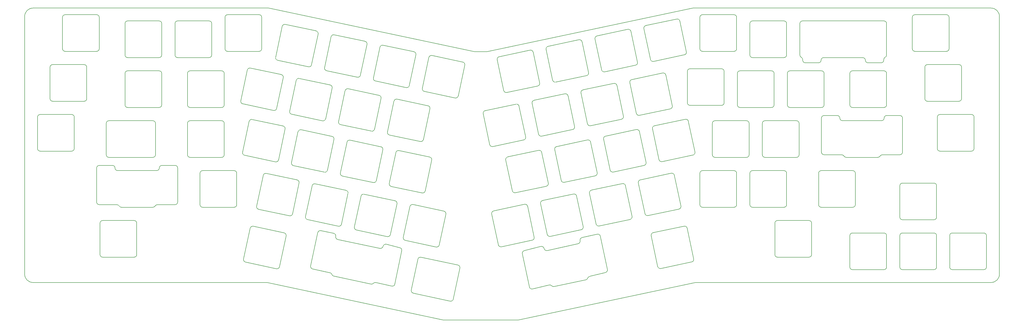
<source format=gm1>
G04 #@! TF.GenerationSoftware,KiCad,Pcbnew,5.1.10-88a1d61d58~90~ubuntu21.04.1*
G04 #@! TF.CreationDate,2021-09-18T02:25:30+02:00*
G04 #@! TF.ProjectId,basketweave_plate,6261736b-6574-4776-9561-76655f706c61,rev?*
G04 #@! TF.SameCoordinates,Original*
G04 #@! TF.FileFunction,Profile,NP*
%FSLAX46Y46*%
G04 Gerber Fmt 4.6, Leading zero omitted, Abs format (unit mm)*
G04 Created by KiCad (PCBNEW 5.1.10-88a1d61d58~90~ubuntu21.04.1) date 2021-09-18 02:25:30*
%MOMM*%
%LPD*%
G01*
G04 APERTURE LIST*
G04 #@! TA.AperFunction,Profile*
%ADD10C,0.200000*%
G04 #@! TD*
G04 APERTURE END LIST*
D10*
X320524504Y-61387507D02*
G75*
G02*
X319524504Y-60387507I0J1000000D01*
G01*
X351487500Y-58387506D02*
X351487500Y-46387500D01*
X318981000Y-59277223D02*
G75*
G02*
X318437500Y-58387500I456500J889723D01*
G01*
X344400517Y-61387507D02*
G75*
G02*
X343400517Y-60387507I0J1000000D01*
G01*
X350944000Y-59277229D02*
G75*
G03*
X350400500Y-60166952I456500J-889723D01*
G01*
X350944000Y-59277229D02*
G75*
G03*
X351487500Y-58387506I-456500J889723D01*
G01*
X350482515Y-45387499D02*
X319432509Y-45387499D01*
X350400521Y-60387507D02*
G75*
G02*
X349400520Y-61387508I-1000001J0D01*
G01*
X344400517Y-61387508D02*
X349400520Y-61387508D01*
X318437500Y-46387500D02*
G75*
G02*
X319437500Y-45387500I1000000J0D01*
G01*
X326524508Y-60387507D02*
G75*
G02*
X325524507Y-61387508I-1000001J0D01*
G01*
X350487499Y-45387499D02*
G75*
G02*
X351487500Y-46387500I0J-1000001D01*
G01*
X320524504Y-61387508D02*
X325524507Y-61387508D01*
X350400500Y-60166952D02*
X350400521Y-60387507D01*
X342400516Y-59387506D02*
G75*
G02*
X343400517Y-60387507I0J-1000001D01*
G01*
X318981000Y-59277223D02*
G75*
G02*
X319524500Y-60166946I-456500J-889723D01*
G01*
X327524508Y-59387507D02*
X342400516Y-59387507D01*
X326524508Y-60387507D02*
G75*
G02*
X327524508Y-59387507I1000000J0D01*
G01*
X312387500Y-45387500D02*
G75*
G02*
X313387500Y-46387500I0J-1000000D01*
G01*
X318437500Y-46387500D02*
X318437500Y-58387500D01*
X319524500Y-60166946D02*
X319524504Y-60387507D01*
X27927500Y-82106250D02*
G75*
G02*
X28927500Y-81106250I1000000J0D01*
G01*
X28927500Y-95106250D02*
G75*
G02*
X27927500Y-94106250I0J1000000D01*
G01*
X28927500Y-81106250D02*
X40927500Y-81106250D01*
X40927500Y-95106250D02*
X28927500Y-95106250D01*
X41927500Y-94106250D02*
G75*
G02*
X40927500Y-95106250I-1000000J0D01*
G01*
X41927500Y-82106250D02*
X41927500Y-94106250D01*
X40927500Y-81106250D02*
G75*
G02*
X41927500Y-82106250I0J-1000000D01*
G01*
X27927500Y-94106250D02*
X27927500Y-82106250D01*
X45687500Y-62056250D02*
G75*
G02*
X46687500Y-63056250I0J-1000000D01*
G01*
X33687500Y-76056250D02*
G75*
G02*
X32687500Y-75056250I0J1000000D01*
G01*
X45687500Y-76056250D02*
X33687500Y-76056250D01*
X32687500Y-75056250D02*
X32687500Y-63056250D01*
X46687500Y-63056250D02*
X46687500Y-75056250D01*
X32687500Y-63056250D02*
G75*
G02*
X33687500Y-62056250I1000000J0D01*
G01*
X46687500Y-75056250D02*
G75*
G02*
X45687500Y-76056250I-1000000J0D01*
G01*
X33687500Y-62056250D02*
X45687500Y-62056250D01*
X380062500Y-63056250D02*
X380062500Y-75056250D01*
X380062500Y-75056250D02*
G75*
G02*
X379062500Y-76056250I-1000000J0D01*
G01*
X379062500Y-76056250D02*
X367062500Y-76056250D01*
X379062500Y-62056250D02*
G75*
G02*
X380062500Y-63056250I0J-1000000D01*
G01*
X366062500Y-63056250D02*
G75*
G02*
X367062500Y-62056250I1000000J0D01*
G01*
X367062500Y-62056250D02*
X379062500Y-62056250D01*
X367062500Y-76056250D02*
G75*
G02*
X366062500Y-75056250I0J1000000D01*
G01*
X366062500Y-75056250D02*
X366062500Y-63056250D01*
X174042718Y-135612290D02*
X188110514Y-138588750D01*
X262550733Y-126213914D02*
X274308691Y-123729750D01*
X222919320Y-146203910D02*
G75*
G02*
X223870377Y-146512927I207912J-978148D01*
G01*
X216582162Y-147756903D02*
G75*
G02*
X215396102Y-146986669I-207913J978147D01*
G01*
X264275437Y-139137745D02*
X261780497Y-127399974D01*
X185199748Y-152366756D02*
X171131956Y-149306356D01*
X139360791Y-141511067D02*
G75*
G02*
X140103936Y-142180198I-207912J-978148D01*
G01*
X234682251Y-129274901D02*
G75*
G02*
X235452488Y-128088840I978149J207912D01*
G01*
X172856659Y-136382527D02*
G75*
G02*
X174042718Y-135612290I978148J-207911D01*
G01*
X188880750Y-139774810D02*
X186385808Y-151596520D01*
X277219454Y-137423814D02*
X265461496Y-139907981D01*
X170361720Y-148120298D02*
X172856660Y-136382527D01*
X171131956Y-149306356D02*
G75*
G02*
X170361720Y-148120298I207911J978147D01*
G01*
X277989690Y-136237756D02*
G75*
G02*
X277219454Y-137423814I-978147J-207911D01*
G01*
X245093662Y-140263905D02*
X242390810Y-127547986D01*
X275494750Y-124499985D02*
X277989690Y-136237756D01*
X261780496Y-127399973D02*
G75*
G02*
X262550733Y-126213914I978148J207911D01*
G01*
X222155094Y-133045853D02*
G75*
G02*
X220969033Y-132275618I-207913J978148D01*
G01*
X186385808Y-151596520D02*
G75*
G02*
X185199748Y-152366756I-978148J207912D01*
G01*
X265461497Y-139907981D02*
G75*
G02*
X264275437Y-139137745I-207912J978148D01*
G01*
X219782974Y-131505383D02*
G75*
G02*
X220969033Y-132275618I207912J-978147D01*
G01*
X274308691Y-123729750D02*
G75*
G02*
X275494750Y-124499985I207912J-978147D01*
G01*
X188110514Y-138588750D02*
G75*
G02*
X188880750Y-139774810I-207912J-978148D01*
G01*
X237572355Y-143607629D02*
G75*
G02*
X236829210Y-144276759I-951056J309018D01*
G01*
X140847080Y-142849328D02*
G75*
G02*
X140103936Y-142180198I207911J978147D01*
G01*
X224821433Y-146821944D02*
G75*
G02*
X223870377Y-146512927I-207912J978147D01*
G01*
X164115750Y-145861430D02*
G75*
G02*
X162929690Y-146631666I-978148J207912D01*
G01*
X212693251Y-134270750D02*
G75*
G02*
X213463486Y-133084691I978147J207912D01*
G01*
X140810796Y-126484166D02*
G75*
G02*
X141581031Y-127670225I-207912J-978147D01*
G01*
X215396102Y-146986669D02*
X212693250Y-134270750D01*
X216582162Y-147756903D02*
X222919320Y-146203910D01*
X132801383Y-140116821D02*
G75*
G02*
X132031146Y-138930762I207911J978148D01*
G01*
X235452488Y-128088840D02*
X241204750Y-126777750D01*
X162929690Y-146631666D02*
X156899964Y-145234235D01*
X159612251Y-131432943D02*
G75*
G02*
X158426191Y-132203179I-978148J207912D01*
G01*
X237572356Y-143607629D02*
G75*
G02*
X238315500Y-142938500I951055J-309017D01*
G01*
X140810795Y-126484165D02*
X135920057Y-125444607D01*
X238315500Y-142938500D02*
X244323425Y-141449966D01*
X155948909Y-145543252D02*
G75*
G02*
X156899964Y-145234235I743144J-669129D01*
G01*
X132801382Y-140116821D02*
X139360791Y-141511067D01*
X155948908Y-145543252D02*
G75*
G02*
X154997851Y-145852269I-743145J669131D01*
G01*
X241204750Y-126777750D02*
G75*
G02*
X242390810Y-127547986I207912J-978148D01*
G01*
X165960728Y-131959452D02*
G75*
G02*
X166730965Y-133145511I-207911J-978148D01*
G01*
X154997851Y-145852269D02*
X140847080Y-142849328D01*
X132031146Y-138930762D02*
X134733998Y-126214843D01*
X222155094Y-133045853D02*
X233912016Y-130460961D01*
X234682254Y-129274901D02*
G75*
G02*
X233912016Y-130460961I-978149J-207911D01*
G01*
X236829210Y-144276759D02*
X224821433Y-146821944D01*
X165960728Y-131959452D02*
X160798310Y-130662706D01*
X134733998Y-126214844D02*
G75*
G02*
X135920057Y-125444607I978148J-207911D01*
G01*
X142351267Y-128856284D02*
X158426191Y-132203179D01*
X164115750Y-145861430D02*
X166730965Y-133145511D01*
X245093662Y-140263905D02*
G75*
G02*
X244323425Y-141449966I-978149J-207912D01*
G01*
X219782974Y-131505383D02*
X213463486Y-133084691D01*
X142351268Y-128856284D02*
G75*
G02*
X141581031Y-127670225I207911J978148D01*
G01*
X159612250Y-131432942D02*
G75*
G02*
X160798310Y-130662706I978148J-207912D01*
G01*
X168105032Y-129187375D02*
G75*
G02*
X167334796Y-128001317I207911J978147D01*
G01*
X334680250Y-83487500D02*
G75*
G02*
X333680250Y-82487500I0J1000000D01*
G01*
X80331250Y-115537500D02*
X73625301Y-115537501D01*
X56455250Y-100537500D02*
G75*
G02*
X57455250Y-101537500I0J-1000000D01*
G01*
X58455250Y-102537500D02*
G75*
G02*
X57455250Y-101537500I0J1000000D01*
G01*
X56455250Y-100537500D02*
X51455250Y-100537500D01*
X332680250Y-81487500D02*
X327680250Y-81487500D01*
X50455250Y-101537500D02*
G75*
G02*
X51455250Y-100537500I1000000J0D01*
G01*
X327680250Y-96487500D02*
G75*
G02*
X326680250Y-95487500I0J1000000D01*
G01*
X50455250Y-114537500D02*
X50455250Y-101537500D01*
X80331250Y-100537500D02*
X75331250Y-100537500D01*
X350556250Y-82487500D02*
G75*
G02*
X351556250Y-81487500I1000000J0D01*
G01*
X80331250Y-100537500D02*
G75*
G02*
X81331250Y-101537500I0J-1000000D01*
G01*
X81331250Y-114537500D02*
X81331250Y-101537500D01*
X72759276Y-116037501D02*
G75*
G02*
X73625301Y-115537501I866025J-500000D01*
G01*
X332680250Y-81487500D02*
G75*
G02*
X333680250Y-82487500I0J-1000000D01*
G01*
X59893250Y-116537501D02*
G75*
G02*
X59027225Y-116037501I0J1000000D01*
G01*
X74331251Y-101537500D02*
G75*
G02*
X73331250Y-102537501I-1000001J0D01*
G01*
X327680250Y-96487500D02*
X334386200Y-96487501D01*
X72759275Y-116037501D02*
G75*
G02*
X71893250Y-116537501I-866025J500000D01*
G01*
X357556250Y-95487500D02*
X357556250Y-82487500D01*
X58161200Y-115537501D02*
G75*
G02*
X59027225Y-116037501I0J-1000000D01*
G01*
X81331250Y-114537500D02*
G75*
G02*
X80331250Y-115537500I-1000000J0D01*
G01*
X74331250Y-101537500D02*
G75*
G02*
X75331250Y-100537500I1000000J0D01*
G01*
X51455250Y-115537500D02*
G75*
G02*
X50455250Y-114537500I0J1000000D01*
G01*
X51455250Y-115537500D02*
X58161200Y-115537501D01*
X169618875Y-70060049D02*
G75*
G02*
X168432815Y-70830285I-978148J207912D01*
G01*
X175328757Y-72296060D02*
G75*
G02*
X174558521Y-71110002I207911J978147D01*
G01*
X172113816Y-58322278D02*
X169618874Y-70060048D01*
X171343580Y-57136218D02*
G75*
G02*
X172113816Y-58322278I-207912J-978148D01*
G01*
X174558521Y-71110002D02*
X177053461Y-59372231D01*
X168432815Y-70830285D02*
X156695045Y-68335343D01*
X155924809Y-67149285D02*
X158419749Y-55411514D01*
X177053460Y-59372231D02*
G75*
G02*
X178239519Y-58601994I978148J-207911D01*
G01*
X178239519Y-58601994D02*
X189977291Y-61096935D01*
X190747528Y-62282995D02*
X188252586Y-74020765D01*
X161280947Y-87763355D02*
X163775887Y-76025584D01*
X156695045Y-68335343D02*
G75*
G02*
X155924809Y-67149285I207911J978147D01*
G01*
X188252587Y-74020766D02*
G75*
G02*
X187066527Y-74791002I-978148J207912D01*
G01*
X189977292Y-61096935D02*
G75*
G02*
X190747528Y-62282995I-207912J-978148D01*
G01*
X173788953Y-91444355D02*
X162051183Y-88949413D01*
X164961945Y-75255347D02*
X176699717Y-77750288D01*
X163775886Y-76025584D02*
G75*
G02*
X164961945Y-75255347I978148J-207911D01*
G01*
X174975013Y-90674119D02*
G75*
G02*
X173788953Y-91444355I-978148J207912D01*
G01*
X159605807Y-54641277D02*
X171343579Y-57136218D01*
X158419748Y-55411514D02*
G75*
G02*
X159605807Y-54641277I978148J-207911D01*
G01*
X187066527Y-74791002D02*
X175328757Y-72296060D01*
X138061333Y-64374625D02*
G75*
G02*
X137291097Y-63188567I207911J978147D01*
G01*
X153480104Y-54361560D02*
X150985162Y-66099330D01*
X131165392Y-62908849D02*
X119427622Y-60413907D01*
X119427622Y-60413907D02*
G75*
G02*
X118657386Y-59227849I207911J978147D01*
G01*
X140972095Y-50680559D02*
X152709867Y-53175500D01*
X149799103Y-66869567D02*
X138061333Y-64374625D01*
X150985163Y-66099331D02*
G75*
G02*
X149799103Y-66869567I-978148J207912D01*
G01*
X134076157Y-49214782D02*
G75*
G02*
X134846393Y-50400842I-207912J-978148D01*
G01*
X137291097Y-63188567D02*
X139786037Y-51450796D01*
X122338384Y-46719841D02*
X134076156Y-49214782D01*
X139786036Y-51450796D02*
G75*
G02*
X140972095Y-50680559I978148J-207911D01*
G01*
X152709868Y-53175500D02*
G75*
G02*
X153480104Y-54361560I-207912J-978148D01*
G01*
X121152325Y-47490078D02*
G75*
G02*
X122338384Y-46719841I978148J-207911D01*
G01*
X132351452Y-62138613D02*
G75*
G02*
X131165392Y-62908849I-978148J207912D01*
G01*
X118657386Y-59227849D02*
X121152326Y-47490078D01*
X134846393Y-50400842D02*
X132351451Y-62138612D01*
X238697769Y-85424575D02*
G75*
G02*
X237511709Y-84654339I-207912J978148D01*
G01*
X259006618Y-48341779D02*
G75*
G02*
X259776855Y-47155720I978148J207911D01*
G01*
X242867848Y-64040268D02*
X240372908Y-52302497D01*
X217153294Y-75691226D02*
X228891065Y-73196286D01*
X235016768Y-72916567D02*
G75*
G02*
X235787005Y-71730508I978148J207911D01*
G01*
X222509432Y-55077155D02*
X234247203Y-52582215D01*
X221739195Y-56263214D02*
G75*
G02*
X222509432Y-55077155I978148J207911D01*
G01*
X259776855Y-47155720D02*
X271514626Y-44660780D01*
X218524254Y-70236999D02*
X206786483Y-72731940D01*
X206786484Y-72731940D02*
G75*
G02*
X205600424Y-71961704I-207912J978148D01*
G01*
X255791678Y-62315563D02*
X244053907Y-64810504D01*
X256145421Y-80693621D02*
X253650481Y-68955850D01*
X225420196Y-68771222D02*
G75*
G02*
X224234136Y-68000986I-207912J978148D01*
G01*
X216799550Y-57313169D02*
X219294490Y-69050940D01*
X275195625Y-57168788D02*
G75*
G02*
X274425389Y-58354846I-978147J-207911D01*
G01*
X216383057Y-76877285D02*
G75*
G02*
X217153294Y-75691226I978148J207911D01*
G01*
X261501559Y-60079551D02*
X259006619Y-48341780D01*
X257331481Y-81463857D02*
G75*
G02*
X256145421Y-80693621I-207912J978148D01*
G01*
X254066974Y-49391733D02*
X256561914Y-61129504D01*
X219294490Y-69050941D02*
G75*
G02*
X218524254Y-70236999I-978147J-207911D01*
G01*
X262687619Y-60849787D02*
G75*
G02*
X261501559Y-60079551I-207912J978148D01*
G01*
X391318750Y-40481250D02*
G75*
G02*
X394493750Y-43656250I0J-3175000D01*
G01*
X23018750Y-43656250D02*
G75*
G02*
X26193750Y-40481250I3175000J0D01*
G01*
X182562500Y-159543750D02*
X211137500Y-159543750D01*
X248710835Y-70005804D02*
X251205775Y-81743575D01*
X201430346Y-93346010D02*
G75*
G02*
X200244286Y-92575774I-207912J978148D01*
G01*
X213168116Y-90851069D02*
X201430345Y-93346010D01*
X244053908Y-64810504D02*
G75*
G02*
X242867848Y-64040268I-207912J978148D01*
G01*
X231801828Y-86890352D02*
X220064057Y-89385293D01*
X215613491Y-56542934D02*
G75*
G02*
X216799550Y-57313169I207912J-978147D01*
G01*
X234247203Y-52582216D02*
G75*
G02*
X235433262Y-53352451I207912J-978147D01*
G01*
X218877998Y-88615057D02*
X216383058Y-76877286D01*
X197749345Y-80838002D02*
G75*
G02*
X198519582Y-79651943I978148J207911D01*
G01*
X266158488Y-65274851D02*
G75*
G02*
X267344547Y-66045086I207912J-978147D01*
G01*
X198519582Y-79651943D02*
X210257353Y-77157003D01*
X211443412Y-77927239D02*
X213938352Y-89665010D01*
X232572064Y-85704294D02*
G75*
G02*
X231801828Y-86890352I-978147J-207911D01*
G01*
X210257353Y-77157004D02*
G75*
G02*
X211443412Y-77927239I207912J-978147D01*
G01*
X200244286Y-92575774D02*
X197749346Y-80838003D01*
X272700685Y-45431016D02*
X275195625Y-57168787D01*
X271514626Y-44660781D02*
G75*
G02*
X272700685Y-45431016I207912J-978147D01*
G01*
X230077124Y-73966522D02*
X232572064Y-85704293D01*
X213938352Y-89665011D02*
G75*
G02*
X213168116Y-90851069I-978147J-207911D01*
G01*
X241143144Y-51116437D02*
X252880915Y-48621497D01*
X256561914Y-61129505D02*
G75*
G02*
X255791678Y-62315563I-978147J-207911D01*
G01*
X240372907Y-52302496D02*
G75*
G02*
X241143144Y-51116437I978148J207911D01*
G01*
X251205775Y-81743576D02*
G75*
G02*
X250435539Y-82929634I-978147J-207911D01*
G01*
X237928202Y-65090223D02*
G75*
G02*
X237157966Y-66276281I-978147J-207911D01*
G01*
X224234136Y-68000986D02*
X221739196Y-56263215D01*
X203875720Y-59037873D02*
X215613491Y-56542933D01*
X220064058Y-89385293D02*
G75*
G02*
X218877998Y-88615057I-207912J978148D01*
G01*
X250435539Y-82929634D02*
X238697768Y-85424575D01*
X235433262Y-53352451D02*
X237928202Y-65090222D01*
X203105483Y-60223932D02*
G75*
G02*
X203875720Y-59037873I978148J207911D01*
G01*
X237157966Y-66276281D02*
X225420195Y-68771222D01*
X205600424Y-71961704D02*
X203105484Y-60223933D01*
X391318750Y-145256250D02*
X278606250Y-145256250D01*
X394493750Y-142081250D02*
G75*
G02*
X391318750Y-145256250I-3175000J0D01*
G01*
X274425389Y-58354846D02*
X262687618Y-60849787D01*
X228891065Y-73196287D02*
G75*
G02*
X230077124Y-73966522I207912J-978147D01*
G01*
X237511709Y-84654339D02*
X235016769Y-72916568D01*
X235787005Y-71730508D02*
X247524776Y-69235568D01*
X252880915Y-48621498D02*
G75*
G02*
X254066974Y-49391733I207912J-978147D01*
G01*
X247524776Y-69235569D02*
G75*
G02*
X248710835Y-70005804I207912J-978147D01*
G01*
X357537500Y-126350000D02*
X369537500Y-126350000D01*
X388537500Y-126350000D02*
G75*
G02*
X389537500Y-127350000I0J-1000000D01*
G01*
X370537500Y-139350000D02*
G75*
G02*
X369537500Y-140350000I-1000000J0D01*
G01*
X26193750Y-145256250D02*
X115443000Y-145256250D01*
X391318750Y-40481250D02*
X277812500Y-40481250D01*
X357537500Y-140350000D02*
G75*
G02*
X356537500Y-139350000I0J1000000D01*
G01*
X369537500Y-126350000D02*
G75*
G02*
X370537500Y-127350000I0J-1000000D01*
G01*
X370537500Y-127350000D02*
X370537500Y-139350000D01*
X199231250Y-57150000D02*
X194468750Y-57150000D01*
X356537500Y-127350000D02*
G75*
G02*
X357537500Y-126350000I1000000J0D01*
G01*
X23018750Y-43656250D02*
X23018750Y-142081250D01*
X388537500Y-140350000D02*
X376537500Y-140350000D01*
X369537500Y-140350000D02*
X357537500Y-140350000D01*
X389537500Y-139350000D02*
G75*
G02*
X388537500Y-140350000I-1000000J0D01*
G01*
X350487500Y-126350000D02*
G75*
G02*
X351487500Y-127350000I0J-1000000D01*
G01*
X278606250Y-145256250D02*
X211137500Y-159543750D01*
X115443000Y-145256250D02*
X182562500Y-159543750D01*
X277812500Y-40481250D02*
X199231250Y-57150000D01*
X26193750Y-145256250D02*
G75*
G02*
X23018750Y-142081250I0J3175000D01*
G01*
X115887500Y-40481250D02*
X194468750Y-57150000D01*
X376537500Y-126350000D02*
X388537500Y-126350000D01*
X26193750Y-40481250D02*
X115887500Y-40481250D01*
X375537500Y-139350000D02*
X375537500Y-127350000D01*
X376537500Y-140350000D02*
G75*
G02*
X375537500Y-139350000I0J1000000D01*
G01*
X394493750Y-43656250D02*
X394493750Y-142081250D01*
X389537500Y-127350000D02*
X389537500Y-139350000D01*
X375537500Y-127350000D02*
G75*
G02*
X376537500Y-126350000I1000000J0D01*
G01*
X356537500Y-139350000D02*
X356537500Y-127350000D01*
X177397429Y-97374179D02*
G75*
G02*
X178167665Y-98560239I-207912J-978148D01*
G01*
X162748894Y-108573304D02*
G75*
G02*
X161978658Y-107387246I207911J978147D01*
G01*
X149471320Y-125226657D02*
G75*
G02*
X148701084Y-124040599I207911J978147D01*
G01*
X175672724Y-110298010D02*
G75*
G02*
X174486664Y-111068246I-978148J207912D01*
G01*
X161209090Y-127721599D02*
X149471320Y-125226657D01*
X115114658Y-103611156D02*
X126852430Y-106106097D01*
X125127726Y-119029928D02*
G75*
G02*
X123941666Y-119800164I-978148J207912D01*
G01*
X159533953Y-94599522D02*
X157039011Y-106337292D01*
X108954436Y-124567914D02*
G75*
G02*
X110140495Y-123797677I978148J-207911D01*
G01*
X120153563Y-139216449D02*
G75*
G02*
X118967503Y-139986685I-978148J207912D01*
G01*
X121878268Y-126292618D02*
G75*
G02*
X122648504Y-127478678I-207912J-978148D01*
G01*
X123941666Y-119800164D02*
X112203896Y-117305222D01*
X162395150Y-126951363D02*
G75*
G02*
X161209090Y-127721599I-978148J207912D01*
G01*
X122648504Y-127478678D02*
X120153562Y-139216448D01*
X107229733Y-137491743D02*
G75*
G02*
X106459497Y-136305685I207911J978147D01*
G01*
X110140495Y-123797677D02*
X121878267Y-126292618D01*
X113928599Y-104381393D02*
G75*
G02*
X115114658Y-103611156I978148J-207911D01*
G01*
X158763717Y-93413462D02*
G75*
G02*
X159533953Y-94599522I-207912J-978148D01*
G01*
X161978658Y-107387246D02*
X164473598Y-95649475D01*
X127622667Y-107292157D02*
X125127725Y-119029927D01*
X106459497Y-136305685D02*
X108954437Y-124567914D01*
X171015794Y-115493309D02*
X182753566Y-117988250D01*
X152382082Y-111532591D02*
X164119854Y-114027532D01*
X144115182Y-104612587D02*
G75*
G02*
X143344946Y-103426529I207911J978147D01*
G01*
X145839885Y-91688758D02*
G75*
G02*
X147025944Y-90918521I978148J-207911D01*
G01*
X133748370Y-107571874D02*
X145486142Y-110066815D01*
X145486143Y-110066815D02*
G75*
G02*
X146256379Y-111252875I-207912J-978148D01*
G01*
X151196023Y-112302828D02*
G75*
G02*
X152382082Y-111532591I978148J-207911D01*
G01*
X164890091Y-115213592D02*
X162395149Y-126951362D01*
X142575378Y-123760882D02*
X130837608Y-121265940D01*
X130067372Y-120079882D02*
X132562312Y-108342111D01*
X148701084Y-124040599D02*
X151196024Y-112302828D01*
X143761438Y-122990646D02*
G75*
G02*
X142575378Y-123760882I-978148J207912D01*
G01*
X164473597Y-95649475D02*
G75*
G02*
X165659656Y-94879238I978148J-207911D01*
G01*
X132562311Y-108342111D02*
G75*
G02*
X133748370Y-107571874I978148J-207911D01*
G01*
X130837608Y-121265940D02*
G75*
G02*
X130067372Y-120079882I207911J978147D01*
G01*
X146256379Y-111252875D02*
X143761437Y-122990645D01*
X165659656Y-94879238D02*
X177397428Y-97374179D01*
X164119855Y-114027532D02*
G75*
G02*
X164890091Y-115213592I-207912J-978148D01*
G01*
X111433660Y-116119164D02*
X113928600Y-104381393D01*
X126852431Y-106106097D02*
G75*
G02*
X127622667Y-107292157I-207912J-978148D01*
G01*
X112203896Y-117305222D02*
G75*
G02*
X111433660Y-116119164I207911J978147D01*
G01*
X118967503Y-139986685D02*
X107229733Y-137491743D01*
X157039012Y-106337293D02*
G75*
G02*
X155852952Y-107107529I-978148J207912D01*
G01*
X174486664Y-111068246D02*
X162748894Y-108573304D01*
X178167665Y-98560239D02*
X175672723Y-110298009D01*
X120798583Y-65868135D02*
G75*
G02*
X121568819Y-67054195I-207912J-978148D01*
G01*
X139432295Y-69828853D02*
G75*
G02*
X140202531Y-71014913I-207912J-978148D01*
G01*
X140202531Y-71014913D02*
X137707589Y-82752683D01*
X127206173Y-87728040D02*
G75*
G02*
X128392232Y-86957803I978148J-207911D01*
G01*
X140130005Y-89452744D02*
G75*
G02*
X140900241Y-90638804I-207912J-978148D01*
G01*
X125481470Y-100651869D02*
G75*
G02*
X124711234Y-99465811I207911J978147D01*
G01*
X140900241Y-90638804D02*
X138405299Y-102376574D01*
X147025944Y-90918521D02*
X158763716Y-93413462D01*
X119073878Y-78791966D02*
G75*
G02*
X117887818Y-79562202I-978148J207912D01*
G01*
X126508463Y-68104149D02*
G75*
G02*
X127694522Y-67333912I978148J-207911D01*
G01*
X124013524Y-79841920D02*
X126508464Y-68104149D01*
X118585528Y-99186093D02*
X106847758Y-96691151D01*
X124711234Y-99465811D02*
X127206174Y-87728040D01*
X155852952Y-107107529D02*
X144115182Y-104612587D01*
X143344946Y-103426529D02*
X145839886Y-91688758D01*
X143417472Y-84988695D02*
G75*
G02*
X142647236Y-83802637I207911J978147D01*
G01*
X109758520Y-82997085D02*
X121496292Y-85492026D01*
X136521530Y-83522920D02*
X124783760Y-81027978D01*
X176699718Y-77750288D02*
G75*
G02*
X177469954Y-78936348I-207912J-978148D01*
G01*
X177469954Y-78936348D02*
X174975012Y-90674118D01*
X155155242Y-87483637D02*
X143417472Y-84988695D01*
X145142175Y-72064866D02*
G75*
G02*
X146328234Y-71294629I978148J-207911D01*
G01*
X106150048Y-77067260D02*
G75*
G02*
X105379812Y-75881202I207911J978147D01*
G01*
X106077522Y-95505093D02*
X108572462Y-83767322D01*
X127694522Y-67333912D02*
X139432294Y-69828853D01*
X108572461Y-83767322D02*
G75*
G02*
X109758520Y-82997085I978148J-207911D01*
G01*
X106847758Y-96691151D02*
G75*
G02*
X106077522Y-95505093I207911J978147D01*
G01*
X156341302Y-86713401D02*
G75*
G02*
X155155242Y-87483637I-978148J207912D01*
G01*
X105379812Y-75881202D02*
X107874752Y-64143431D01*
X142647236Y-83802637D02*
X145142176Y-72064866D01*
X117887818Y-79562202D02*
X106150048Y-77067260D01*
X121568819Y-67054195D02*
X119073877Y-78791965D01*
X121496293Y-85492026D02*
G75*
G02*
X122266529Y-86678086I-207912J-978148D01*
G01*
X158836243Y-74975630D02*
X156341301Y-86713400D01*
X137707590Y-82752684D02*
G75*
G02*
X136521530Y-83522920I-978148J207912D01*
G01*
X109060810Y-63373194D02*
X120798582Y-65868135D01*
X122266529Y-86678086D02*
X119771587Y-98415856D01*
X128392232Y-86957803D02*
X140130004Y-89452744D01*
X137219240Y-103146811D02*
X125481470Y-100651869D01*
X138405300Y-102376575D02*
G75*
G02*
X137219240Y-103146811I-978148J207912D01*
G01*
X158066007Y-73789570D02*
G75*
G02*
X158836243Y-74975630I-207912J-978148D01*
G01*
X146328234Y-71294629D02*
X158066006Y-73789570D01*
X119771588Y-98415857D02*
G75*
G02*
X118585528Y-99186093I-978148J207912D01*
G01*
X124783760Y-81027978D02*
G75*
G02*
X124013524Y-79841920I207911J978147D01*
G01*
X162051183Y-88949413D02*
G75*
G02*
X161280947Y-87763355I207911J978147D01*
G01*
X107874751Y-64143431D02*
G75*
G02*
X109060810Y-63373194I978148J-207911D01*
G01*
X216431123Y-129108672D02*
X204693352Y-131603613D01*
X259824921Y-99387108D02*
G75*
G02*
X259054685Y-100573166I-978147J-207911D01*
G01*
X265950627Y-99107390D02*
G75*
G02*
X264764567Y-98337154I-207912J978148D01*
G01*
X264764567Y-98337154D02*
X262269627Y-86599383D01*
X247316915Y-103068107D02*
G75*
G02*
X246130855Y-102297871I-207912J978148D01*
G01*
X222141005Y-126872660D02*
X219646065Y-115134889D01*
X225002202Y-94520817D02*
G75*
G02*
X225772439Y-93334758I978148J207911D01*
G01*
X222557498Y-107308544D02*
G75*
G02*
X221787262Y-108494602I-978147J-207911D01*
G01*
X210049492Y-110989543D02*
G75*
G02*
X208863432Y-110219307I-207912J978148D01*
G01*
X218876499Y-94800537D02*
G75*
G02*
X220062558Y-95570772I207912J-978147D01*
G01*
X278458633Y-95426391D02*
G75*
G02*
X277688397Y-96612449I-978147J-207911D01*
G01*
X275963693Y-83688619D02*
X278458633Y-95426390D01*
X243635914Y-90560099D02*
G75*
G02*
X244406151Y-89374040I978148J207911D01*
G01*
X225772439Y-93334758D02*
X237510210Y-90839818D01*
X220062558Y-95570772D02*
X222557498Y-107308543D01*
X208863432Y-110219307D02*
X206368492Y-98481536D01*
X254420717Y-67769790D02*
X266158488Y-65274850D01*
X267344547Y-66045086D02*
X269839487Y-77782857D01*
X263039863Y-85413323D02*
X274777634Y-82918383D01*
X240420973Y-104533884D02*
X228683202Y-107028825D01*
X237510210Y-90839819D02*
G75*
G02*
X238696269Y-91610054I207912J-978147D01*
G01*
X256143922Y-86879101D02*
G75*
G02*
X257329981Y-87649336I207912J-978147D01*
G01*
X238696269Y-91610054D02*
X241191209Y-103347825D01*
X241191209Y-103347826D02*
G75*
G02*
X240420973Y-104533884I-978147J-207911D01*
G01*
X207138728Y-97295476D02*
X218876499Y-94800536D01*
X277688397Y-96612449D02*
X265950626Y-99107390D01*
X269069251Y-78968916D02*
X257331480Y-81463857D01*
X269839487Y-77782858D02*
G75*
G02*
X269069251Y-78968916I-978147J-207911D01*
G01*
X257329981Y-87649336D02*
X259824921Y-99387107D01*
X253650480Y-68955849D02*
G75*
G02*
X254420717Y-67769790I978148J207911D01*
G01*
X244406151Y-89374040D02*
X256143922Y-86879100D01*
X204693353Y-131603613D02*
G75*
G02*
X203507293Y-130833377I-207912J978148D01*
G01*
X213520360Y-115414607D02*
G75*
G02*
X214706419Y-116184842I207912J-978147D01*
G01*
X246130855Y-102297871D02*
X243635915Y-90560100D01*
X203507293Y-130833377D02*
X201012353Y-119095606D01*
X262269626Y-86599382D02*
G75*
G02*
X263039863Y-85413323I978148J207911D01*
G01*
X217201359Y-127922614D02*
G75*
G02*
X216431123Y-129108672I-978147J-207911D01*
G01*
X259054685Y-100573166D02*
X247316914Y-103068107D01*
X228683203Y-107028825D02*
G75*
G02*
X227497143Y-106258589I-207912J978148D01*
G01*
X201782589Y-117909546D02*
X213520360Y-115414606D01*
X227497143Y-106258589D02*
X225002203Y-94520818D01*
X214706419Y-116184842D02*
X217201359Y-127922613D01*
X221787262Y-108494602D02*
X210049491Y-110989543D01*
X206368491Y-98481535D02*
G75*
G02*
X207138728Y-97295476I978148J207911D01*
G01*
X274777634Y-82918384D02*
G75*
G02*
X275963693Y-83688619I207912J-978147D01*
G01*
X201012352Y-119095605D02*
G75*
G02*
X201782589Y-117909546I978148J207911D01*
G01*
X383825000Y-95106250D02*
X371825000Y-95106250D01*
X374300000Y-57006250D02*
X362300000Y-57006250D01*
X38450000Y-43006250D02*
X50450000Y-43006250D01*
X51450000Y-56006250D02*
G75*
G02*
X50450000Y-57006250I-1000000J0D01*
G01*
X75262500Y-58387500D02*
G75*
G02*
X74262500Y-59387500I-1000000J0D01*
G01*
X37450000Y-44006250D02*
G75*
G02*
X38450000Y-43006250I1000000J0D01*
G01*
X375300000Y-56006250D02*
G75*
G02*
X374300000Y-57006250I-1000000J0D01*
G01*
X362300000Y-57006250D02*
G75*
G02*
X361300000Y-56006250I0J1000000D01*
G01*
X361300000Y-44006250D02*
G75*
G02*
X362300000Y-43006250I1000000J0D01*
G01*
X375300000Y-44006250D02*
X375300000Y-56006250D01*
X362300000Y-43006250D02*
X374300000Y-43006250D01*
X361300000Y-56006250D02*
X361300000Y-44006250D01*
X74262500Y-59387500D02*
X62262500Y-59387500D01*
X62262500Y-59387500D02*
G75*
G02*
X61262500Y-58387500I0J1000000D01*
G01*
X371825000Y-81106250D02*
X383825000Y-81106250D01*
X370825000Y-82106250D02*
G75*
G02*
X371825000Y-81106250I1000000J0D01*
G01*
X383825000Y-81106250D02*
G75*
G02*
X384825000Y-82106250I0J-1000000D01*
G01*
X51450000Y-44006250D02*
X51450000Y-56006250D01*
X37450000Y-56006250D02*
X37450000Y-44006250D01*
X50450000Y-57006250D02*
X38450000Y-57006250D01*
X38450000Y-57006250D02*
G75*
G02*
X37450000Y-56006250I0J1000000D01*
G01*
X374300000Y-43006250D02*
G75*
G02*
X375300000Y-44006250I0J-1000000D01*
G01*
X50450000Y-43006250D02*
G75*
G02*
X51450000Y-44006250I0J-1000000D01*
G01*
X384825000Y-94106250D02*
G75*
G02*
X383825000Y-95106250I-1000000J0D01*
G01*
X384825000Y-82106250D02*
X384825000Y-94106250D01*
X370825000Y-94106250D02*
X370825000Y-82106250D01*
X371825000Y-95106250D02*
G75*
G02*
X370825000Y-94106250I0J1000000D01*
G01*
X232154072Y-111453890D02*
G75*
G02*
X233340131Y-112224125I207912J-978147D01*
G01*
X250787784Y-107493172D02*
G75*
G02*
X251973843Y-108263407I207912J-978147D01*
G01*
X169829735Y-116263546D02*
G75*
G02*
X171015794Y-115493309I978148J-207911D01*
G01*
X259408429Y-118951224D02*
X256913489Y-107213453D01*
X183523803Y-119174310D02*
X181028861Y-130912080D01*
X181028862Y-130912081D02*
G75*
G02*
X179842802Y-131682317I-978148J207912D01*
G01*
X257683725Y-106027393D02*
X269421496Y-103532453D01*
X270607555Y-104302689D02*
X273102495Y-116040460D01*
X256913488Y-107213452D02*
G75*
G02*
X257683725Y-106027393I978148J207911D01*
G01*
X253698547Y-121187237D02*
X241960776Y-123682178D01*
X251973843Y-108263407D02*
X254468783Y-120001178D01*
X272332259Y-117226519D02*
X260594488Y-119721460D01*
X254468783Y-120001179D02*
G75*
G02*
X253698547Y-121187237I-978147J-207911D01*
G01*
X241960777Y-123682178D02*
G75*
G02*
X240774717Y-122911942I-207912J978148D01*
G01*
X182753567Y-117988250D02*
G75*
G02*
X183523803Y-119174310I-207912J-978148D01*
G01*
X269421496Y-103532454D02*
G75*
G02*
X270607555Y-104302689I207912J-978147D01*
G01*
X167334796Y-128001317D02*
X169829736Y-116263546D01*
X273102495Y-116040461D02*
G75*
G02*
X272332259Y-117226519I-978147J-207911D01*
G01*
X260594489Y-119721460D02*
G75*
G02*
X259408429Y-118951224I-207912J978148D01*
G01*
X238279776Y-111174170D02*
G75*
G02*
X239050013Y-109988111I978148J207911D01*
G01*
X240774717Y-122911942D02*
X238279777Y-111174171D01*
X179842802Y-131682317D02*
X168105032Y-129187375D01*
X239050013Y-109988111D02*
X250787784Y-107493171D01*
X235064835Y-125147955D02*
X223327064Y-127642896D01*
X220416301Y-113948829D02*
X232154072Y-111453889D01*
X233340131Y-112224125D02*
X235835071Y-123961896D01*
X235835071Y-123961897D02*
G75*
G02*
X235064835Y-125147955I-978147J-207911D01*
G01*
X219646064Y-115134888D02*
G75*
G02*
X220416301Y-113948829I978148J207911D01*
G01*
X223327065Y-127642896D02*
G75*
G02*
X222141005Y-126872660I-207912J978148D01*
G01*
X293337500Y-43006250D02*
G75*
G02*
X294337500Y-44006250I0J-1000000D01*
G01*
X102837500Y-116537500D02*
X90837500Y-116537500D01*
X103837500Y-115537500D02*
G75*
G02*
X102837500Y-116537500I-1000000J0D01*
G01*
X85075000Y-84487500D02*
G75*
G02*
X86075000Y-83487500I1000000J0D01*
G01*
X90837500Y-116537500D02*
G75*
G02*
X89837500Y-115537500I0J1000000D01*
G01*
X98075000Y-97487500D02*
X86075000Y-97487500D01*
X99362500Y-44006250D02*
G75*
G02*
X100362500Y-43006250I1000000J0D01*
G01*
X338487500Y-78437500D02*
G75*
G02*
X337487500Y-77437500I0J1000000D01*
G01*
X300387500Y-59387500D02*
G75*
G02*
X299387500Y-58387500I0J1000000D01*
G01*
X99075000Y-65437500D02*
X99075000Y-77437500D01*
X85075000Y-96487500D02*
X85075000Y-84487500D01*
X100362500Y-43006250D02*
X112362500Y-43006250D01*
X89837500Y-103537500D02*
G75*
G02*
X90837500Y-102537500I1000000J0D01*
G01*
X90837500Y-102537500D02*
X102837500Y-102537500D01*
X94312500Y-46387500D02*
X94312500Y-58387500D01*
X80312500Y-46387500D02*
G75*
G02*
X81312500Y-45387500I1000000J0D01*
G01*
X350487500Y-78437500D02*
X338487500Y-78437500D01*
X99075000Y-77437500D02*
G75*
G02*
X98075000Y-78437500I-1000000J0D01*
G01*
X98075000Y-64437500D02*
G75*
G02*
X99075000Y-65437500I0J-1000000D01*
G01*
X113362500Y-44006250D02*
X113362500Y-56006250D01*
X99075000Y-96487500D02*
G75*
G02*
X98075000Y-97487500I-1000000J0D01*
G01*
X86075000Y-64437500D02*
X98075000Y-64437500D01*
X93312500Y-45387500D02*
G75*
G02*
X94312500Y-46387500I0J-1000000D01*
G01*
X103837500Y-103537500D02*
X103837500Y-115537500D01*
X85075000Y-65437500D02*
G75*
G02*
X86075000Y-64437500I1000000J0D01*
G01*
X312387500Y-59387500D02*
X300387500Y-59387500D01*
X80312500Y-58387500D02*
X80312500Y-46387500D01*
X299387500Y-46387500D02*
G75*
G02*
X300387500Y-45387500I1000000J0D01*
G01*
X93312500Y-59387500D02*
X81312500Y-59387500D01*
X94312500Y-58387500D02*
G75*
G02*
X93312500Y-59387500I-1000000J0D01*
G01*
X64737500Y-121587500D02*
G75*
G02*
X65737500Y-122587500I0J-1000000D01*
G01*
X112362500Y-57006250D02*
X100362500Y-57006250D01*
X300387500Y-45387500D02*
X312387500Y-45387500D01*
X102837500Y-102537500D02*
G75*
G02*
X103837500Y-103537500I0J-1000000D01*
G01*
X81312500Y-59387500D02*
G75*
G02*
X80312500Y-58387500I0J1000000D01*
G01*
X52737500Y-121587500D02*
X64737500Y-121587500D01*
X299387500Y-58387500D02*
X299387500Y-46387500D01*
X86075000Y-83487500D02*
X98075000Y-83487500D01*
X86075000Y-97487500D02*
G75*
G02*
X85075000Y-96487500I0J1000000D01*
G01*
X351487500Y-77437500D02*
G75*
G02*
X350487500Y-78437500I-1000000J0D01*
G01*
X99075000Y-84487500D02*
X99075000Y-96487500D01*
X293337500Y-57006250D02*
X281337500Y-57006250D01*
X337487500Y-65437500D02*
G75*
G02*
X338487500Y-64437500I1000000J0D01*
G01*
X294337500Y-56006250D02*
G75*
G02*
X293337500Y-57006250I-1000000J0D01*
G01*
X98075000Y-78437500D02*
X86075000Y-78437500D01*
X281337500Y-57006250D02*
G75*
G02*
X280337500Y-56006250I0J1000000D01*
G01*
X89837500Y-115537500D02*
X89837500Y-103537500D01*
X86075000Y-78437500D02*
G75*
G02*
X85075000Y-77437500I0J1000000D01*
G01*
X98075000Y-83487500D02*
G75*
G02*
X99075000Y-84487500I0J-1000000D01*
G01*
X313387500Y-46387500D02*
X313387500Y-58387500D01*
X280337500Y-44006250D02*
G75*
G02*
X281337500Y-43006250I1000000J0D01*
G01*
X112362500Y-43006250D02*
G75*
G02*
X113362500Y-44006250I0J-1000000D01*
G01*
X294337500Y-44006250D02*
X294337500Y-56006250D01*
X85075000Y-77437500D02*
X85075000Y-65437500D01*
X99362500Y-56006250D02*
X99362500Y-44006250D01*
X281337500Y-43006250D02*
X293337500Y-43006250D01*
X113362500Y-56006250D02*
G75*
G02*
X112362500Y-57006250I-1000000J0D01*
G01*
X100362500Y-57006250D02*
G75*
G02*
X99362500Y-56006250I0J1000000D01*
G01*
X81312500Y-45387500D02*
X93312500Y-45387500D01*
X65737500Y-122587500D02*
X65737500Y-134587500D01*
X337487500Y-77437500D02*
X337487500Y-65437500D01*
X313387500Y-58387500D02*
G75*
G02*
X312387500Y-59387500I-1000000J0D01*
G01*
X280337500Y-56006250D02*
X280337500Y-44006250D01*
X65737500Y-134587500D02*
G75*
G02*
X64737500Y-135587500I-1000000J0D01*
G01*
X64737500Y-135587500D02*
X52737500Y-135587500D01*
X52737500Y-135587500D02*
G75*
G02*
X51737500Y-134587500I0J1000000D01*
G01*
X58455250Y-102537500D02*
X73331250Y-102537501D01*
X54118750Y-96487500D02*
X54118750Y-84487500D01*
X71881250Y-83487500D02*
G75*
G02*
X72881250Y-84487500I0J-1000000D01*
G01*
X74262500Y-78437500D02*
X62262500Y-78437500D01*
X75262500Y-77437500D02*
G75*
G02*
X74262500Y-78437500I-1000000J0D01*
G01*
X62262500Y-78437500D02*
G75*
G02*
X61262500Y-77437500I0J1000000D01*
G01*
X75262500Y-46387500D02*
X75262500Y-58387500D01*
X51737500Y-122587500D02*
G75*
G02*
X52737500Y-121587500I1000000J0D01*
G01*
X55118750Y-83487500D02*
X71881250Y-83487500D01*
X74262500Y-45387500D02*
G75*
G02*
X75262500Y-46387500I0J-1000000D01*
G01*
X62262500Y-45387500D02*
X74262500Y-45387500D01*
X61262500Y-46387500D02*
G75*
G02*
X62262500Y-45387500I1000000J0D01*
G01*
X61262500Y-58387500D02*
X61262500Y-46387500D01*
X71893250Y-116537501D02*
X59893250Y-116537501D01*
X55118750Y-97487500D02*
G75*
G02*
X54118750Y-96487500I0J1000000D01*
G01*
X61262500Y-77437500D02*
X61262500Y-65437500D01*
X72881250Y-96487500D02*
G75*
G02*
X71881250Y-97487500I-1000000J0D01*
G01*
X51737500Y-134587500D02*
X51737500Y-122587500D01*
X72881250Y-84487500D02*
X72881250Y-96487500D01*
X71881250Y-97487500D02*
X55118750Y-97487500D01*
X74262500Y-64437500D02*
G75*
G02*
X75262500Y-65437500I0J-1000000D01*
G01*
X75262500Y-65437500D02*
X75262500Y-77437500D01*
X54118750Y-84487500D02*
G75*
G02*
X55118750Y-83487500I1000000J0D01*
G01*
X62262500Y-64437500D02*
X74262500Y-64437500D01*
X61262500Y-65437500D02*
G75*
G02*
X62262500Y-64437500I1000000J0D01*
G01*
X350487500Y-140350000D02*
X338487500Y-140350000D01*
X322912500Y-122587500D02*
X322912500Y-134587500D01*
X294337500Y-115537500D02*
G75*
G02*
X293337500Y-116537500I-1000000J0D01*
G01*
X356537500Y-108300000D02*
G75*
G02*
X357537500Y-107300000I1000000J0D01*
G01*
X325581250Y-115537500D02*
X325581250Y-103537500D01*
X338581250Y-116537500D02*
X326581250Y-116537500D01*
X308912500Y-134587500D02*
X308912500Y-122587500D01*
X338487500Y-126350000D02*
X350487500Y-126350000D01*
X348118250Y-97487501D02*
X336118250Y-97487501D01*
X321912500Y-135587500D02*
X309912500Y-135587500D01*
X281337500Y-102537500D02*
X293337500Y-102537500D01*
X326581250Y-116537500D02*
G75*
G02*
X325581250Y-115537500I0J1000000D01*
G01*
X299387500Y-115537500D02*
X299387500Y-103537500D01*
X356537500Y-120300000D02*
X356537500Y-108300000D01*
X339581250Y-103537500D02*
X339581250Y-115537500D01*
X351487500Y-139350000D02*
G75*
G02*
X350487500Y-140350000I-1000000J0D01*
G01*
X280337500Y-115537500D02*
X280337500Y-103537500D01*
X370537500Y-108300000D02*
X370537500Y-120300000D01*
X321912500Y-121587500D02*
G75*
G02*
X322912500Y-122587500I0J-1000000D01*
G01*
X313387500Y-103537500D02*
X313387500Y-115537500D01*
X357537500Y-107300000D02*
X369537500Y-107300000D01*
X338487500Y-140350000D02*
G75*
G02*
X337487500Y-139350000I0J1000000D01*
G01*
X357537500Y-121300000D02*
G75*
G02*
X356537500Y-120300000I0J1000000D01*
G01*
X326581250Y-102537500D02*
X338581250Y-102537500D01*
X294337500Y-103537500D02*
X294337500Y-115537500D01*
X339581250Y-115537500D02*
G75*
G02*
X338581250Y-116537500I-1000000J0D01*
G01*
X334680250Y-83487500D02*
X349556250Y-83487501D01*
X337487500Y-127350000D02*
G75*
G02*
X338487500Y-126350000I1000000J0D01*
G01*
X337487500Y-139350000D02*
X337487500Y-127350000D01*
X351487500Y-127350000D02*
X351487500Y-139350000D01*
X322912500Y-134587500D02*
G75*
G02*
X321912500Y-135587500I-1000000J0D01*
G01*
X293337500Y-116537500D02*
X281337500Y-116537500D01*
X317150000Y-83487500D02*
G75*
G02*
X318150000Y-84487500I0J-1000000D01*
G01*
X318150000Y-84487500D02*
X318150000Y-96487500D01*
X313387500Y-115537500D02*
G75*
G02*
X312387500Y-116537500I-1000000J0D01*
G01*
X369537500Y-107300000D02*
G75*
G02*
X370537500Y-108300000I0J-1000000D01*
G01*
X304150000Y-84487500D02*
G75*
G02*
X305150000Y-83487500I1000000J0D01*
G01*
X308912500Y-122587500D02*
G75*
G02*
X309912500Y-121587500I1000000J0D01*
G01*
X309912500Y-135587500D02*
G75*
G02*
X308912500Y-134587500I0J1000000D01*
G01*
X338581250Y-102537500D02*
G75*
G02*
X339581250Y-103537500I0J-1000000D01*
G01*
X304150000Y-96487500D02*
X304150000Y-84487500D01*
X280337500Y-103537500D02*
G75*
G02*
X281337500Y-102537500I1000000J0D01*
G01*
X300387500Y-116537500D02*
G75*
G02*
X299387500Y-115537500I0J1000000D01*
G01*
X369537500Y-121300000D02*
X357537500Y-121300000D01*
X370537500Y-120300000D02*
G75*
G02*
X369537500Y-121300000I-1000000J0D01*
G01*
X312387500Y-102537500D02*
G75*
G02*
X313387500Y-103537500I0J-1000000D01*
G01*
X309912500Y-121587500D02*
X321912500Y-121587500D01*
X299387500Y-103537500D02*
G75*
G02*
X300387500Y-102537500I1000000J0D01*
G01*
X312387500Y-116537500D02*
X300387500Y-116537500D01*
X325581250Y-103537500D02*
G75*
G02*
X326581250Y-102537500I1000000J0D01*
G01*
X281337500Y-116537500D02*
G75*
G02*
X280337500Y-115537500I0J1000000D01*
G01*
X293337500Y-102537500D02*
G75*
G02*
X294337500Y-103537500I0J-1000000D01*
G01*
X300387500Y-102537500D02*
X312387500Y-102537500D01*
X305150000Y-83487500D02*
X317150000Y-83487500D01*
X317150000Y-97487500D02*
X305150000Y-97487500D01*
X318150000Y-96487500D02*
G75*
G02*
X317150000Y-97487500I-1000000J0D01*
G01*
X305150000Y-97487500D02*
G75*
G02*
X304150000Y-96487500I0J1000000D01*
G01*
X298100000Y-83487500D02*
G75*
G02*
X299100000Y-84487500I0J-1000000D01*
G01*
X299100000Y-84487500D02*
X299100000Y-96487500D01*
X286100000Y-83487500D02*
X298100000Y-83487500D01*
X285100000Y-84487500D02*
G75*
G02*
X286100000Y-83487500I1000000J0D01*
G01*
X285100000Y-96487500D02*
X285100000Y-84487500D01*
X298100000Y-97487500D02*
X286100000Y-97487500D01*
X299100000Y-96487500D02*
G75*
G02*
X298100000Y-97487500I-1000000J0D01*
G01*
X276575000Y-63643750D02*
X288575000Y-63643750D01*
X286100000Y-97487500D02*
G75*
G02*
X285100000Y-96487500I0J1000000D01*
G01*
X289575000Y-76643750D02*
G75*
G02*
X288575000Y-77643750I-1000000J0D01*
G01*
X288575000Y-77643750D02*
X276575000Y-77643750D01*
X307625000Y-64437500D02*
G75*
G02*
X308625000Y-65437500I0J-1000000D01*
G01*
X308625000Y-65437500D02*
X308625000Y-77437500D01*
X288575000Y-63643750D02*
G75*
G02*
X289575000Y-64643750I0J-1000000D01*
G01*
X294625000Y-65437500D02*
G75*
G02*
X295625000Y-64437500I1000000J0D01*
G01*
X326675000Y-64437500D02*
G75*
G02*
X327675000Y-65437500I0J-1000000D01*
G01*
X314675000Y-64437500D02*
X326675000Y-64437500D01*
X313675000Y-77437500D02*
X313675000Y-65437500D01*
X326675000Y-78437500D02*
X314675000Y-78437500D01*
X314675000Y-78437500D02*
G75*
G02*
X313675000Y-77437500I0J1000000D01*
G01*
X275575000Y-64643750D02*
G75*
G02*
X276575000Y-63643750I1000000J0D01*
G01*
X295625000Y-78437500D02*
G75*
G02*
X294625000Y-77437500I0J1000000D01*
G01*
X350487500Y-64437500D02*
G75*
G02*
X351487500Y-65437500I0J-1000000D01*
G01*
X313675000Y-65437500D02*
G75*
G02*
X314675000Y-64437500I1000000J0D01*
G01*
X276575000Y-77643750D02*
G75*
G02*
X275575000Y-76643750I0J1000000D01*
G01*
X295625000Y-64437500D02*
X307625000Y-64437500D01*
X351487500Y-65437500D02*
X351487500Y-77437500D01*
X338487500Y-64437500D02*
X350487500Y-64437500D01*
X289575000Y-64643750D02*
X289575000Y-76643750D01*
X275575000Y-76643750D02*
X275575000Y-64643750D01*
X327675000Y-77437500D02*
G75*
G02*
X326675000Y-78437500I-1000000J0D01*
G01*
X307625000Y-78437500D02*
X295625000Y-78437500D01*
X308625000Y-77437500D02*
G75*
G02*
X307625000Y-78437500I-1000000J0D01*
G01*
X327675000Y-65437500D02*
X327675000Y-77437500D01*
X294625000Y-77437500D02*
X294625000Y-65437500D01*
X326680250Y-82487500D02*
G75*
G02*
X327680250Y-81487500I1000000J0D01*
G01*
X336118250Y-97487501D02*
G75*
G02*
X335252225Y-96987501I0J1000000D01*
G01*
X350556251Y-82487500D02*
G75*
G02*
X349556250Y-83487501I-1000001J0D01*
G01*
X334386200Y-96487501D02*
G75*
G02*
X335252225Y-96987501I0J-1000000D01*
G01*
X348984275Y-96987501D02*
G75*
G02*
X348118250Y-97487501I-866025J500000D01*
G01*
X326680250Y-95487500D02*
X326680250Y-82487500D01*
X356556250Y-81487500D02*
X351556250Y-81487500D01*
X348984276Y-96987501D02*
G75*
G02*
X349850301Y-96487501I866025J-500000D01*
G01*
X357556250Y-95487500D02*
G75*
G02*
X356556250Y-96487500I-1000000J0D01*
G01*
X356556250Y-96487500D02*
X349850301Y-96487501D01*
X356556250Y-81487500D02*
G75*
G02*
X357556250Y-82487500I0J-1000000D01*
G01*
M02*

</source>
